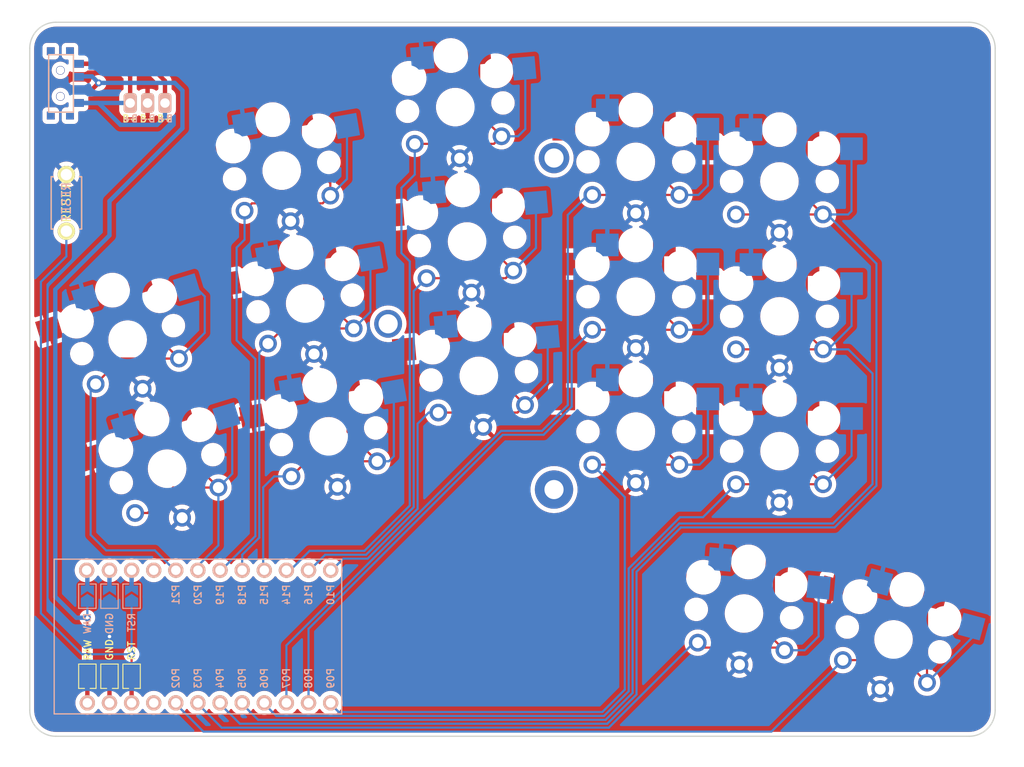
<source format=kicad_pcb>
(kicad_pcb (version 20211014) (generator pcbnew)
  (title_block (title "berylline_choc_min") (rev "v1.0.0") (company "Unknown"))
  (layers (0 "F.Cu" signal) (31 "B.Cu" signal) (34 "B.Paste" user) (35 "F.Paste" user) (36 "B.SilkS" user "B.Silkscreen") (37 "F.SilkS" user "F.Silkscreen") (38 "B.Mask" user) (39 "F.Mask" user) (44 "Edge.Cuts" user))
  (net 0 "")
  (net 1 "GND")
  (net 2 "RAW")
  (net 3 "RST")
  (net 4 "P2")
  (net 5 "P9")
  (net 6 "P8")
  (net 7 "P7")
  (net 8 "P6")
  (net 9 "P5")
  (net 10 "P4")
  (net 11 "P3")
  (net 12 "P10")
  (net 13 "P16")
  (net 14 "P14")
  (net 15 "P15")
  (net 16 "P18")
  (net 17 "P19")
  (net 18 "P20")
  (net 19 "P21")
  (net 20 "BRAW")
  (footprint "clipboard:26e710fa-e187-4e29-9de4-4e8ff64e7115" (layer "F.Cu") (at 269.314 81.694)
    (fp_text reference "")
    (fp_text value "")
  )
  (footprint "Alaa:key" (layer "F.Cu") (at 290.704922 127.96917 -15)
    (fp_text reference "S15" hide)
    (fp_text value "" hide)
  )
  (footprint "E73:SPDT_C128955" (layer "F.Cu") (at 195.021762 64.065501 90)
    (fp_text reference "T2" hide)
    (fp_text value "" hide)
  )
  (footprint "Alaa:key" (layer "F.Cu") (at 225.820872 104.62013 10)
    (fp_text reference "S3" hide)
    (fp_text value "" hide)
  )
  (footprint "Alaa:key" (layer "F.Cu") (at 273.530975 124.990064 -5)
    (fp_text reference "S14" hide)
    (fp_text value "" hide)
  )
  (footprint "Alaa:key" (layer "F.Cu") (at 207.276192 108.339872 17)
    (fp_text reference "S1" hide)
    (fp_text value "" hide)
  )
  (footprint "Alaa:key" (layer "F.Cu") (at 243.074061 97.674062 5)
    (fp_text reference "S6" hide)
    (fp_text value "" hide)
  )
  (footprint "Alaa:key" (layer "F.Cu") (at 277.601999 75.330745)
    (fp_text reference "S13" hide)
    (fp_text value "" hide)
  )
  (footprint "Alaa:key" (layer "F.Cu") (at 220.437779 74.09109 10)
    (fp_text reference "S5" hide)
    (fp_text value "" hide)
  )
  (footprint "Alaa:key" (layer "F.Cu") (at 277.612 90.832)
    (fp_text reference "S13" hide)
    (fp_text value "" hide)
  )
  (footprint "Alaa:key" (layer "F.Cu") (at 261.112 73.082)
    (fp_text reference "S11" hide)
    (fp_text value "" hide)
  )
  (footprint "Alaa:key" (layer "F.Cu") (at 277.612 106.332)
    (fp_text reference "S12" hide)
    (fp_text value "" hide)
  )
  (footprint "Alaa:key" (layer "F.Cu") (at 240.372232 66.792026 5)
    (fp_text reference "S8" hide)
    (fp_text value "" hide)
  )
  (footprint "lib:bat" (layer "F.Cu") (at 205.035346 66.324116)
    (fp_text reference "PAD1" hide)
    (fp_text value "" hide)
  )
  (footprint "Alaa:key" (layer "F.Cu") (at 261.112 104.082)
    (fp_text reference "S9" hide)
    (fp_text value "" hide)
  )
  (footprint "Alaa:key" (layer "F.Cu") (at 261.112 88.582)
    (fp_text reference "S10" hide)
    (fp_text value "" hide)
  )
  (footprint "Alaa:key" (layer "F.Cu") (at 202.744431 93.517148 17)
    (fp_text reference "S2" hide)
    (fp_text value "" hide)
  )
  (footprint "kbd:ResetSW" (layer "F.Cu") (at 195.707 77.799 90)
    (fp_text reference "B1" hide)
    (fp_text value "")
  )
  (footprint "E73:SPDT_C128955" (layer "F.Cu") (at 195.021762 64.065501 90)
    (fp_text reference "T1" hide)
    (fp_text value "" hide)
  )
  (footprint "Alaa:key" (layer "F.Cu") (at 223.129325 89.35561 10)
    (fp_text reference "S4" hide)
    (fp_text value "" hide)
  )
  (footprint "Alaa:key" (layer "F.Cu") (at 241.723147 82.233044 5)
    (fp_text reference "S7" hide)
    (fp_text value "" hide)
  )
  (footprint "Alaa:ProMicro32keys" (layer "B.Cu") (at 212.09 127.635)
    (fp_text reference "MCU1" hide)
    (fp_text value "" hide)
  )
  (gr_line (start 194.506343 57.041872) (end 299.379652 57.041872) (layer "Edge.Cuts") (width 0.15))
  (gr_arc (start 299.379652 57.041872) (mid 301.500972 57.920552) (end 302.379652 60.041872) (layer "Edge.Cuts") (width 0.15))
  (gr_line (start 299.379652 139.095899) (end 194.506343 139.095899) (layer "Edge.Cuts") (width 0.15))
  (gr_line (start 302.379652 60.041872) (end 302.379652 136.095899) (layer "Edge.Cuts") (width 0.15))
  (gr_arc (start 302.379652 136.095899) (mid 301.500972 138.217219) (end 299.379652 139.095899) (layer "Edge.Cuts") (width 0.15))
  (gr_arc (start 194.506343 139.095899) (mid 192.384995 138.217234) (end 191.506343 136.095899) (layer "Edge.Cuts") (width 0.15))
  (gr_arc (start 191.506343 60.041872) (mid 192.385035 57.920585) (end 194.506343 57.041872) (layer "Edge.Cuts") (width 0.15))
  (gr_line (start 191.506343 136.095899) (end 191.506343 60.041872) (layer "Edge.Cuts") (width 0.15))
  (segment (start 200.66 127.635) (end 200.66 131.471477) (width 0.25) (layer "F.Cu") (net 1))
  (segment (start 200.66 127.635) (end 200.66 127.254) (width 0.25) (layer "F.Cu") (net 1))
  (via (at 200.66 127.635) (size 0.8) (drill 0.4) (layers "F.Cu" "B.Cu") (net 1))
  (segment (start 200.66 123.721477) (end 200.66 127.635) (width 0.25) (layer "B.Cu") (net 1))
  (segment (start 278.286254 81.915) (end 277.601999 81.230745) (width 0.25) (layer "B.Cu") (net 1))
  (segment (start 224.153849 94.875952) (end 224.153849 95.165976) (width 0.25) (layer "B.Cu") (net 1))
  (segment (start 198.607034 64.815501) (end 199.409061 64.013474) (width 0.5) (layer "F.Cu") (net 2))
  (segment (start 197.096762 64.815501) (end 198.607034 64.815501) (width 0.5) (layer "F.Cu") (net 2))
  (segment (start 198.12 131.471477) (end 198.12 125.476) (width 0.25) (layer "F.Cu") (net 2))
  (via (at 198.12 125.476) (size 0.8) (drill 0.4) (layers "F.Cu" "B.Cu") (net 2))
  (via (at 199.409061 64.013474) (size 0.8) (drill 0.4) (layers "F.Cu" "B.Cu") (net 2))
  (segment (start 209.042 69.215) (end 209.042 64.897) (width 0.5) (layer "B.Cu") (net 2))
  (segment (start 199.414535 64.008) (end 199.409061 64.013474) (width 0.5) (layer "B.Cu") (net 2))
  (segment (start 200.66 77.597) (end 209.042 69.215) (width 0.5) (layer "B.Cu") (net 2))
  (segment (start 198.659672 63.264116) (end 199.357645 63.962089) (width 0.5) (layer "B.Cu") (net 2))
  (segment (start 196.85 125.476) (end 194.437 123.063) (width 0.5) (layer "B.Cu") (net 2))
  (segment (start 208.153 64.008) (end 199.414535 64.008) (width 0.5) (layer "B.Cu") (net 2))
  (segment (start 198.12 123.721477) (end 198.12 125.476) (width 0.25) (layer "B.Cu") (net 2))
  (segment (start 194.437 87.757) (end 200.66 81.534) (width 0.5) (layer "B.Cu") (net 2))
  (segment (start 209.042 64.897) (end 208.153 64.008) (width 0.5) (layer "B.Cu") (net 2))
  (segment (start 194.437 123.063) (end 194.437 87.757) (width 0.5) (layer "B.Cu") (net 2))
  (segment (start 198.12 125.476) (end 196.85 125.476) (width 0.5) (layer "B.Cu") (net 2))
  (segment (start 200.66 81.534) (end 200.66 77.597) (width 0.5) (layer "B.Cu") (net 2))
  (segment (start 197.045346 63.264116) (end 198.659672 63.264116) (width 0.5) (layer "B.Cu") (net 2))
  (segment (start 203.2 131.471477) (end 203.2 129.667) (width 0.25) (layer "F.Cu") (net 3))
  (via (at 203.2 129.667) (size 0.8) (drill 0.4) (layers "F.Cu" "B.Cu") (net 3))
  (segment (start 192.786 124.968) (end 192.786 86.868) (width 0.25) (layer "B.Cu") (net 3))
  (segment (start 203.2 123.721477) (end 203.2 129.667) (width 0.25) (layer "B.Cu") (net 3))
  (segment (start 195.707 83.947) (end 195.707 81.049) (width 0.25) (layer "B.Cu") (net 3))
  (segment (start 203.2 129.667) (end 197.485 129.667) (width 0.25) (layer "B.Cu") (net 3))
  (segment (start 192.786 86.868) (end 195.707 83.947) (width 0.25) (layer "B.Cu") (net 3))
  (segment (start 197.485 129.667) (end 192.786 124.968) (width 0.25) (layer "B.Cu") (net 3))
  (segment (start 291.962849 130.345593) (end 294.551039 132.933783) (width 0.25) (layer "F.Cu") (net 4))
  (segment (start 294.551039 123.926806) (end 294.551039 132.933783) (width 0.25) (layer "F.Cu") (net 4))
  (segment (start 295.408301 123.069544) (end 294.551039 123.926806) (width 0.25) (layer "F.Cu") (net 4))
  (segment (start 284.89178 130.345593) (end 291.962849 130.345593) (width 0.25) (layer "F.Cu") (net 4))
  (segment (start 299.668529 126.488677) (end 299.668529 127.816293) (width 0.25) (layer "B.Cu") (net 4))
  (segment (start 208.28 135.382) (end 211.455 138.557) (width 0.25) (layer "B.Cu") (net 4))
  (segment (start 211.455 138.557) (end 276.680373 138.557) (width 0.25) (layer "B.Cu") (net 4))
  (segment (start 299.668529 127.816293) (end 294.551039 132.933783) (width 0.25) (layer "B.Cu") (net 4))
  (segment (start 276.680373 138.557) (end 284.89178 130.345593) (width 0.25) (layer "B.Cu") (net 4))
  (segment (start 264.237479 106.007479) (end 264.237479 98.281521) (width 0.25) (layer "F.Cu") (net 5))
  (segment (start 264.237479 98.281521) (end 264.386999 98.132001) (width 0.25) (layer "F.Cu") (net 5))
  (segment (start 256.112 107.882) (end 266.112 107.882) (width 0.25) (layer "F.Cu") (net 5))
  (segment (start 266.112 107.882) (end 264.237479 106.007479) (width 0.25) (layer "F.Cu") (net 5))
  (segment (start 226.06 135.382) (end 226.9874 136.3094) (width 0.25) (layer "B.Cu") (net 5))
  (segment (start 268.419 107.882) (end 266.112 107.882) (width 0.25) (layer "B.Cu") (net 5))
  (segment (start 226.9874 136.3094) (end 257.2636 136.3094) (width 0.25) (layer "B.Cu") (net 5))
  (segment (start 259.842 111.612) (end 256.112 107.882) (width 0.25) (layer "B.Cu") (net 5))
  (segment (start 269.387 100.332001) (end 269.387 106.914) (width 0.25) (layer "B.Cu") (net 5))
  (segment (start 257.2636 136.3094) (end 259.842 133.731) (width 0.25) (layer "B.Cu") (net 5))
  (segment (start 259.842 133.731) (end 259.842 111.612) (width 0.25) (layer "B.Cu") (net 5))
  (segment (start 269.387 106.914) (end 268.419 107.882) (width 0.25) (layer "B.Cu") (net 5))
  (segment (start 256.112 92.382) (end 266.112 92.382) (width 0.25) (layer "F.Cu") (net 6))
  (segment (start 264.237479 90.507479) (end 266.112 92.382) (width 0.25) (layer "F.Cu") (net 6))
  (segment (start 264.386999 82.632001) (end 264.237479 82.781521) (width 0.25) (layer "F.Cu") (net 6))
  (segment (start 264.237479 82.781521) (end 264.237479 90.507479) (width 0.25) (layer "F.Cu") (net 6))
  (segment (start 253.746 94.748) (end 256.112 92.382) (width 0.25) (layer "B.Cu") (net 6))
  (segment (start 245.818221 104.450651) (end 250.514349 104.450651) (width 0.25) (layer "B.Cu") (net 6))
  (segment (start 223.52 135.382) (end 223.52 126.748872) (width 0.25) (layer "B.Cu") (net 6))
  (segment (start 223.52 126.748872) (end 245.818221 104.450651) (width 0.25) (layer "B.Cu") (net 6))
  (segment (start 269.387 91.674) (end 268.679 92.382) (width 0.25) (layer "B.Cu") (net 6))
  (segment (start 253.746 101.219) (end 253.746 94.748) (width 0.25) (layer "B.Cu") (net 6))
  (segment (start 269.387 84.832001) (end 269.387 91.674) (width 0.25) (layer "B.Cu") (net 6))
  (segment (start 268.679 92.382) (end 266.112 92.382) (width 0.25) (layer "B.Cu") (net 6))
  (segment (start 250.514349 104.450651) (end 253.746 101.219) (width 0.25) (layer "B.Cu") (net 6))
  (segment (start 256.112 76.882) (end 266.112 76.882) (width 0.25) (layer "F.Cu") (net 7))
  (segment (start 264.237479 67.281521) (end 264.386999 67.132001) (width 0.25) (layer "F.Cu") (net 7))
  (segment (start 264.237479 75.007479) (end 264.237479 67.281521) (width 0.25) (layer "F.Cu") (net 7))
  (segment (start 266.112 76.882) (end 264.237479 75.007479) (width 0.25) (layer "F.Cu") (net 7))
  (segment (start 253.29648 79.18952) (end 255.604 76.882) (width 0.25) (layer "B.Cu") (net 7))
  (segment (start 220.98 128.653154) (end 245.632023 104.001131) (width 0.25) (layer "B.Cu") (net 7))
  (segment (start 269.387 69.332001) (end 269.387 75.799) (width 0.25) (layer "B.Cu") (net 7))
  (segment (start 253.29648 101.032802) (end 253.29648 79.18952) (width 0.25) (layer "B.Cu") (net 7))
  (segment (start 245.632023 104.001131) (end 250.328151 104.001131) (width 0.25) (layer "B.Cu") (net 7))
  (segment (start 268.304 76.882) (end 266.112 76.882) (width 0.25) (layer "B.Cu") (net 7))
  (segment (start 220.98 135.382) (end 220.98 128.653154) (width 0.25) (layer "B.Cu") (net 7))
  (segment (start 250.328151 104.001131) (end 253.29648 101.032802) (width 0.25) (layer "B.Cu") (net 7))
  (segment (start 255.604 76.882) (end 256.112 76.882) (width 0.25) (layer "B.Cu") (net 7))
  (segment (start 269.387 75.799) (end 268.304 76.882) (width 0.25) (layer "B.Cu") (net 7))
  (segment (start 272.612 110.132) (end 282.612 110.132) (width 0.25) (layer "F.Cu") (net 8))
  (segment (start 280.886999 100.382001) (end 280.737479 100.531521) (width 0.25) (layer "F.Cu") (net 8))
  (segment (start 280.737479 108.257479) (end 282.612 110.132) (width 0.25) (layer "F.Cu") (net 8))
  (segment (start 280.737479 100.531521) (end 280.737479 108.257479) (width 0.25) (layer "F.Cu") (net 8))
  (segment (start 285.887 102.582001) (end 285.887 106.857) (width 0.25) (layer "B.Cu") (net 8))
  (segment (start 266.190566 113.919) (end 268.825 113.919) (width 0.25) (layer "B.Cu") (net 8))
  (segment (start 218.44 135.382) (end 219.81692 136.75892) (width 0.25) (layer "B.Cu") (net 8))
  (segment (start 257.449798 136.75892) (end 260.29152 133.917197) (width 0.25) (layer "B.Cu") (net 8))
  (segment (start 285.887 106.857) (end 282.612 110.132) (width 0.25) (layer "B.Cu") (net 8))
  (segment (start 260.29152 119.818046) (end 266.190566 113.919) (width 0.25) (layer "B.Cu") (net 8))
  (segment (start 260.29152 133.917197) (end 260.29152 119.818046) (width 0.25) (layer "B.Cu") (net 8))
  (segment (start 268.825 113.919) (end 272.612 110.132) (width 0.25) (layer "B.Cu") (net 8))
  (segment (start 219.81692 136.75892) (end 257.449798 136.75892) (width 0.25) (layer "B.Cu") (net 8))
  (segment (start 280.737479 85.031521) (end 280.737479 92.757479) (width 0.25) (layer "F.Cu") (net 9))
  (segment (start 280.886999 84.882001) (end 280.737479 85.031521) (width 0.25) (layer "F.Cu") (net 9))
  (segment (start 272.612 94.632) (end 282.612 94.632) (width 0.25) (layer "F.Cu") (net 9))
  (segment (start 280.737479 92.757479) (end 282.612 94.632) (width 0.25) (layer "F.Cu") (net 9))
  (segment (start 285.887 91.938) (end 283.193 94.632) (width 0.25) (layer "B.Cu") (net 9))
  (segment (start 285.513 94.632) (end 282.612 94.632) (width 0.25) (layer "B.Cu") (net 9))
  (segment (start 285.887 87.082001) (end 285.887 91.938) (width 0.25) (layer "B.Cu") (net 9))
  (segment (start 257.635996 137.20844) (end 260.74104 134.103394) (width 0.25) (layer "B.Cu") (net 9))
  (segment (start 283.193 94.632) (end 282.612 94.632) (width 0.25) (layer "B.Cu") (net 9))
  (segment (start 215.9 135.382) (end 217.72644 137.20844) (width 0.25) (layer "B.Cu") (net 9))
  (segment (start 217.72644 137.20844) (end 257.635996 137.20844) (width 0.25) (layer "B.Cu") (net 9))
  (segment (start 288.29 97.409) (end 285.513 94.632) (width 0.25) (layer "B.Cu") (net 9))
  (segment (start 260.74104 134.103394) (end 260.74104 120.004243) (width 0.25) (layer "B.Cu") (net 9))
  (segment (start 288.29 110.109) (end 288.29 97.409) (width 0.25) (layer "B.Cu") (net 9))
  (segment (start 266.099633 114.64565) (end 283.75335 114.64565) (width 0.25) (layer "B.Cu") (net 9))
  (segment (start 283.75335 114.64565) (end 288.29 110.109) (width 0.25) (layer "B.Cu") (net 9))
  (segment (start 260.74104 120.004243) (end 266.099633 114.64565) (width 0.25) (layer "B.Cu") (net 9))
  (segment (start 280.727478 77.256224) (end 280.727478 69.530266) (width 0.25) (layer "F.Cu") (net 10))
  (segment (start 282.601999 79.130745) (end 280.727478 77.256224) (width 0.25) (layer "F.Cu") (net 10))
  (segment (start 280.727478 69.530266) (end 280.876998 69.380746) (width 0.25) (layer "F.Cu") (net 10))
  (segment (start 272.601999 79.130745) (end 282.601999 79.130745) (width 0.25) (layer "F.Cu") (net 10))
  (segment (start 283.092745 79.130745) (end 282.601999 79.130745) (width 0.25) (layer "B.Cu") (net 10))
  (segment (start 285.876999 78.740001) (end 285.486255 79.130745) (width 0.25) (layer "B.Cu") (net 10))
  (segment (start 213.36 135.382) (end 215.63596 137.65796) (width 0.25) (layer "B.Cu") (net 10))
  (segment (start 283.939548 115.09517) (end 288.73952 110.295198) (width 0.25) (layer "B.Cu") (net 10))
  (segment (start 285.486255 79.130745) (end 282.601999 79.130745) (width 0.25) (layer "B.Cu") (net 10))
  (segment (start 288.73952 84.77752) (end 283.092745 79.130745) (width 0.25) (layer "B.Cu") (net 10))
  (segment (start 261.19056 134.289591) (end 261.19056 120.190441) (width 0.25) (layer "B.Cu") (net 10))
  (segment (start 288.73952 110.295198) (end 288.73952 84.77752) (width 0.25) (layer "B.Cu") (net 10))
  (segment (start 285.876999 71.580746) (end 285.876999 78.740001) (width 0.25) (layer "B.Cu") (net 10))
  (segment (start 266.285831 115.09517) (end 283.939548 115.09517) (width 0.25) (layer "B.Cu") (net 10))
  (segment (start 261.19056 120.190441) (end 266.285831 115.09517) (width 0.25) (layer "B.Cu") (net 10))
  (segment (start 215.63596 137.65796) (end 257.822194 137.65796) (width 0.25) (layer "B.Cu") (net 10))
  (segment (start 257.822194 137.65796) (end 261.19056 134.289591) (width 0.25) (layer "B.Cu") (net 10))
  (segment (start 277.874374 128.905) (end 278.180757 129.211383) (width 0.25) (layer "F.Cu") (net 11))
  (segment (start 276.964261 119.695969) (end 276.964261 127.994887) (width 0.25) (layer "F.Cu") (net 11))
  (segment (start 268.21881 128.339825) (end 268.783985 128.905) (width 0.25) (layer "F.Cu") (net 11))
  (segment (start 268.783985 128.905) (end 277.874374 128.905) (width 0.25) (layer "F.Cu") (net 11))
  (segment (start 277.312088 119.348142) (end 276.964261 119.695969) (width 0.25) (layer "F.Cu") (net 11))
  (segment (start 276.964261 127.994887) (end 278.180757 129.211383) (width 0.25) (layer "F.Cu") (net 11))
  (segment (start 282.10132 127.60068) (end 280.490617 129.211383) (width 0.25) (layer "B.Cu") (net 11))
  (segment (start 213.54548 138.10748) (end 258.008392 138.10748) (width 0.25) (layer "B.Cu") (net 11))
  (segment (start 210.82 135.382) (end 213.54548 138.10748) (width 0.25) (layer "B.Cu") (net 11))
  (segment (start 267.776047 128.339825) (end 268.21881 128.339825) (width 0.25) (layer "B.Cu") (net 11))
  (segment (start 258.008392 138.10748) (end 267.776047 128.339825) (width 0.25) (layer "B.Cu") (net 11))
  (segment (start 282.10132 121.975549) (end 282.10132 127.60068) (width 0.25) (layer "B.Cu") (net 11))
  (segment (start 280.490617 129.211383) (end 278.180757 129.211383) (width 0.25) (layer "B.Cu") (net 11))
  (segment (start 245.818021 98.455618) (end 248.386226 101.023823) (width 0.25) (layer "F.Cu") (net 12))
  (segment (start 238.424279 101.895381) (end 247.514668 101.895381) (width 0.25) (layer "F.Cu") (net 12))
  (segment (start 247.514668 101.895381) (end 248.386226 101.023823) (width 0.25) (layer "F.Cu") (net 12))
  (segment (start 245.818021 91.46127) (end 245.818021 98.455618) (width 0.25) (layer "F.Cu") (net 12))
  (segment (start 226.06 120.142) (end 227.51548 118.68652) (width 0.25) (layer "B.Cu") (net 12))
  (segment (start 230.310916 118.68652) (end 236.048529 112.948905) (width 0.25) (layer "B.Cu") (net 12))
  (segment (start 237.321619 101.895381) (end 238.424279 101.895381) (width 0.25) (layer "B.Cu") (net 12))
  (segment (start 250.990738 93.217119) (end 250.990738 98.419311) (width 0.25) (layer "B.Cu") (net 12))
  (segment (start 236.048529 112.948905) (end 236.048529 103.168471) (width 0.25) (layer "B.Cu") (net 12))
  (segment (start 227.51548 118.68652) (end 230.310916 118.68652) (width 0.25) (layer "B.Cu") (net 12))
  (segment (start 236.048529 103.168471) (end 237.321619 101.895381) (width 0.25) (layer "B.Cu") (net 12))
  (segment (start 250.990738 98.419311) (end 248.386226 101.023823) (width 0.25) (layer "B.Cu") (net 12))
  (segment (start 246.163754 86.454363) (end 247.035312 85.582805) (width 0.25) (layer "F.Cu") (net 13))
  (segment (start 244.467107 76.020252) (end 244.467107 83.0146) (width 0.25) (layer "F.Cu") (net 13))
  (segment (start 244.467107 83.0146) (end 247.035312 85.582805) (width 0.25) (layer "F.Cu") (net 13))
  (segment (start 237.073365 86.454363) (end 246.163754 86.454363) (width 0.25) (layer "F.Cu") (net 13))
  (segment (start 235.599009 87.928719) (end 237.073365 86.454363) (width 0.25) (layer "B.Cu") (net 13))
  (segment (start 249.639824 82.978293) (end 247.035312 85.582805) (width 0.25) (layer "B.Cu") (net 13))
  (segment (start 235.599009 112.762708) (end 235.599009 87.928719) (width 0.25) (layer "B.Cu") (net 13))
  (segment (start 249.639824 77.776101) (end 249.639824 82.978293) (width 0.25) (layer "B.Cu") (net 13))
  (segment (start 225.425 118.237) (end 230.124718 118.237) (width 0.25) (layer "B.Cu") (net 13))
  (segment (start 223.52 120.142) (end 225.425 118.237) (width 0.25) (layer "B.Cu") (net 13))
  (segment (start 230.124718 118.237) (end 235.599009 112.762708) (width 0.25) (layer "B.Cu") (net 13))
  (segment (start 244.812839 71.013345) (end 245.684397 70.141787) (width 0.25) (layer "F.Cu") (net 14))
  (segment (start 235.72245 71.013345) (end 244.812839 71.013345) (width 0.25) (layer "F.Cu") (net 14))
  (segment (start 243.116192 60.579234) (end 243.116192 67.573582) (width 0.25) (layer "F.Cu") (net 14))
  (segment (start 243.116192 67.573582) (end 245.684397 70.141787) (width 0.25) (layer "F.Cu") (net 14))
  (segment (start 248.412 69.309954) (end 247.580167 70.141787) (width 0.25) (layer "B.Cu") (net 14))
  (segment (start 223.64294 117.78748) (end 229.93852 117.78748) (width 0.25) (layer "B.Cu") (net 14))
  (segment (start 234.188 76.073) (end 235.72245 74.53855) (width 0.25) (layer "B.Cu") (net 14))
  (segment (start 235.149489 112.576511) (end 235.149489 84.527489) (width 0.25) (layer "B.Cu") (net 14))
  (segment (start 234.188 83.566) (end 234.188 76.073) (width 0.25) (layer "B.Cu") (net 14))
  (segment (start 220.98 120.142) (end 221.28842 120.142) (width 0.25) (layer "B.Cu") (net 14))
  (segment (start 248.288909 62.335083) (end 248.288909 62.360909) (width 0.25) (layer "B.Cu") (net 14))
  (segment (start 235.72245 74.53855) (end 235.72245 71.013345) (width 0.25) (layer "B.Cu") (net 14))
  (segment (start 248.288909 62.360909) (end 248.412 62.484) (width 0.25) (layer "B.Cu") (net 14))
  (segment (start 247.580167 70.141787) (end 245.684397 70.141787) (width 0.25) (layer "B.Cu") (net 14))
  (segment (start 248.412 62.484) (end 248.412 69.309954) (width 0.25) (layer "B.Cu") (net 14))
  (segment (start 229.93852 117.78748) (end 235.149489 112.576511) (width 0.25) (layer "B.Cu") (net 14))
  (segment (start 235.149489 84.527489) (end 234.188 83.566) (width 0.25) (layer "B.Cu") (net 14))
  (segment (start 221.28842 120.142) (end 223.64294 117.78748) (width 0.25) (layer "B.Cu") (net 14))
  (segment (start 221.556696 109.23064) (end 223.293177 107.494159) (width 0.25) (layer "F.Cu") (net 15))
  (segment (start 228.01291 104.102295) (end 228.01291 98.191827) (width 0.25) (layer "F.Cu") (net 15))
  (segment (start 223.293177 107.494159) (end 231.404774 107.494159) (width 0.25) (layer "F.Cu") (net 15))
  (segment (start 231.404774 107.494159) (end 228.01291 104.102295) (width 0.25) (layer "F.Cu") (net 15))
  (segment (start 218.313 120.015) (end 218.313 110.49) (width 0.25) (layer "B.Cu") (net 15))
  (segment (start 219.57236 109.23064) (end 221.556696 109.23064) (width 0.25) (layer "B.Cu") (net 15))
  (segment (start 233.318976 99.490163) (end 233.318976 106.914024) (width 0.25) (layer "B.Cu") (net 15))
  (segment (start 218.313 110.49) (end 219.57236 109.23064) (width 0.25) (layer "B.Cu") (net 15))
  (segment (start 233.318976 106.914024) (end 232.738841 107.494159) (width 0.25) (layer "B.Cu") (net 15))
  (segment (start 232.738841 107.494159) (end 231.404774 107.494159) (width 0.25) (layer "B.Cu") (net 15))
  (segment (start 225.321363 82.927307) (end 225.321363 88.837775) (width 0.25) (layer "F.Cu") (net 16))
  (segment (start 228.713227 92.229639) (end 220.60163 92.229639) (width 0.25) (layer "F.Cu") (net 16))
  (segment (start 220.60163 92.229639) (end 218.865149 93.96612) (width 0.25) (layer "F.Cu") (net 16))
  (segment (start 225.321363 88.837775) (end 228.713227 92.229639) (width 0.25) (layer "F.Cu") (net 16))
  (segment (start 217.86348 94.967789) (end 218.865149 93.96612) (width 0.25) (layer "B.Cu") (net 16))
  (segment (start 230.627429 90.315437) (end 228.713227 92.229639) (width 0.25) (layer "B.Cu") (net 16))
  (segment (start 215.9 120.142) (end 215.9 118.237718) (width 0.25) (layer "B.Cu") (net 16))
  (segment (start 217.86348 116.274238) (end 217.86348 94.967789) (width 0.25) (layer "B.Cu") (net 16))
  (segment (start 230.627429 84.225643) (end 230.627429 90.315437) (width 0.25) (layer "B.Cu") (net 16))
  (segment (start 215.9 118.237718) (end 217.86348 116.274238) (width 0.25) (layer "B.Cu") (net 16))
  (segment (start 216.173603 78.7016) (end 217.024203 77.851) (width 0.25) (layer "F.Cu") (net 17))
  (segment (start 226.021681 76.965119) (end 226.021681 75.528279) (width 0.25) (layer "F.Cu") (net 17))
  (segment (start 217.024203 77.851) (end 225.1358 77.851) (width 0.25) (layer "F.Cu") (net 17))
  (segment (start 226.021681 75.528279) (end 222.629817 72.136415) (width 0.25) (layer "F.Cu") (net 17))
  (segment (start 225.1358 77.851) (end 226.021681 76.965119) (width 0.25) (layer "F.Cu") (net 17))
  (segment (start 222.629817 72.136415) (end 222.629817 67.662787) (width 0.25) (layer "F.Cu") (net 17))
  (segment (start 215.265 82.931) (end 216.173603 82.022397) (width 0.25) (layer "B.Cu") (net 17))
  (segment (start 217.41396 95.74796) (end 215.265 93.599) (width 0.25) (layer "B.Cu") (net 17))
  (segment (start 213.36 120.142) (end 217.41396 116.08804) (width 0.25) (layer "B.Cu") (net 17))
  (segment (start 215.265 93.599) (end 215.265 82.931) (width 0.25) (layer "B.Cu") (net 17))
  (segment (start 216.173603 82.022397) (end 216.173603 78.7016) (width 0.25) (layer "B.Cu") (net 17))
  (segment (start 217.41396 116.08804) (end 217.41396 95.74796) (width 0.25) (layer "B.Cu") (net 17))
  (segment (start 227.935883 75.050917) (end 226.021681 76.965119) (width 0.25) (layer "B.Cu") (net 17))
  (segment (start 227.935883 68.961123) (end 227.935883 75.050917) (width 0.25) (layer "B.Cu") (net 17))
  (segment (start 203.605681 113.435689) (end 205.042521 113.435689) (width 0.25) (layer "F.Cu") (net 18))
  (segment (start 207.966238 110.511972) (end 213.168728 110.511972) (width 0.25) (layer "F.Cu") (net 18))
  (segment (start 208.668478 106.011722) (end 208.668478 101.692343) (width 0.25) (layer "F.Cu") (net 18))
  (segment (start 213.168728 110.511972) (end 208.668478 106.011722) (width 0.25) (layer "F.Cu") (net 18))
  (segment (start 205.042521 113.435689) (end 207.966238 110.511972) (width 0.25) (layer "F.Cu") (net 18))
  (segment (start 211.074 119.634) (end 211.074 119.253) (width 0.25) (layer "B.Cu") (net 18))
  (segment (start 213.168728 110.511972) (end 214.757 108.9237) (width 0.25) (layer "B.Cu") (net 18))
  (segment (start 214.757 108.9237) (end 214.757 102.670574) (width 0.25) (layer "B.Cu") (net 18))
  (segment (start 211.074 119.253) (end 213.168728 117.158272) (width 0.25) (layer "B.Cu") (net 18))
  (segment (start 213.168728 117.158272) (end 213.168728 110.511972) (width 0.25) (layer "B.Cu") (net 18))
  (segment (start 204.136717 91.188998) (end 204.136717 86.869619) (width 0.25) (layer "F.Cu") (net 19))
  (segment (start 199.07392 98.612965) (end 201.997637 95.689248) (width 0.25) (layer "F.Cu") (net 19))
  (segment (start 201.997637 95.689248) (end 208.636967 95.689248) (width 0.25) (layer "F.Cu") (net 19))
  (segment (start 208.636967 95.689248) (end 204.136717 91.188998) (width 0.25) (layer "F.Cu") (net 19))
  (segment (start 210.561459 87.51163) (end 211.602561 88.552732) (width 0.25) (layer "B.Cu") (net 19))
  (segment (start 208.28 120.142) (end 205.867 117.729) (width 0.25) (layer "B.Cu") (net 19))
  (segment (start 205.867 117.729) (end 200.279 117.729) (width 0.25) (layer "B.Cu") (net 19))
  (segment (start 198.501 99.185885) (end 199.07392 98.612965) (width 0.25) (layer "B.Cu") (net 19))
  (segment (start 211.602561 88.552732) (end 211.602561 92.723654) (width 0.25) (layer "B.Cu") (net 19))
  (segment (start 200.279 117.729) (end 198.501 115.951) (width 0.25) (layer "B.Cu") (net 19))
  (segment (start 211.602561 92.723654) (end 208.636967 95.689248) (width 0.25) (layer "B.Cu") (net 19))
  (segment (start 198.501 115.951) (end 198.501 99.185885) (width 0.25) (layer "B.Cu") (net 19))
  (segment (start 203.035346 63.202816) (end 203.035346 66.324116) (width 0.5) (layer "F.Cu") (net 20))
  (segment (start 197.096762 61.815501) (end 205.066731 61.815501) (width 0.5) (layer "F.Cu") (net 20))
  (segment (start 197.096762 61.815501) (end 201.648031 61.815501) (width 0.5) (layer "F.Cu") (net 20))
  (segment (start 207.035346 63.784116) (end 207.035346 66.324116) (width 0.5) (layer "F.Cu") (net 20))
  (segment (start 201.648031 61.815501) (end 203.035346 63.202816) (width 0.5) (layer "F.Cu") (net 20))
  (segment (start 205.066731 61.815501) (end 207.035346 63.784116) (width 0.5) (layer "F.Cu") (net 20))
  (segment (start 197.096762 66.315501) (end 203.026731 66.315501) (width 0.5) (layer "B.Cu") (net 20))
  (segment (start 203.026731 66.315501) (end 203.035346 66.324116) (width 0.5) (layer "B.Cu") (net 20))
  (segment (start 201.93 68.834) (end 206.121 68.834) (width 0.5) (layer "B.Cu") (net 20))
  (segment (start 199.411501 66.315501) (end 201.93 68.834) (width 0.5) (layer "B.Cu") (net 20))
  (segment (start 206.121 68.834) (end 207.035346 67.919654) (width 0.5) (layer "B.Cu") (net 20))
  (segment (start 197.096762 66.315501) (end 199.411501 66.315501) (width 0.5) (layer "B.Cu") (net 20))
  (segment (start 207.035346 67.919654) (end 207.035346 66.324116) (width 0.5) (layer "B.Cu") (net 20))
  (zone (net 1) (net_name "GND") (layers F&B.Cu) (connect_pads (clearance 0.508)) (min_thickness 0.254) (fill yes (thermal_gap 0.508) (thermal_bridge_width 0.508) (island_removal_mode 1) (island_area_min 0))
    (polygon (pts (xy 305.689 54.991) (xy 304.165 142.621) (xy 188.087 141.351) (xy 189.103 54.483)))
  )
)
</source>
